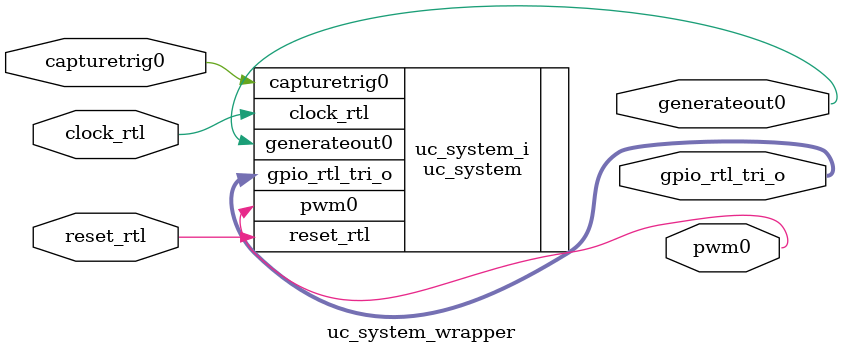
<source format=v>
`timescale 1 ps / 1 ps

module uc_system_wrapper
   (capturetrig0,
    clock_rtl,
    generateout0,
    gpio_rtl_tri_o,
    pwm0,
    reset_rtl);
  input capturetrig0;
  input clock_rtl;
  output generateout0;
  output [15:0]gpio_rtl_tri_o;
  output pwm0;
  input reset_rtl;

  wire capturetrig0;
  wire clock_rtl;
  wire generateout0;
  wire [15:0]gpio_rtl_tri_o;
  wire pwm0;
  wire reset_rtl;

  uc_system uc_system_i
       (.capturetrig0(capturetrig0),
        .clock_rtl(clock_rtl),
        .generateout0(generateout0),
        .gpio_rtl_tri_o(gpio_rtl_tri_o),
        .pwm0(pwm0),
        .reset_rtl(reset_rtl));
endmodule

</source>
